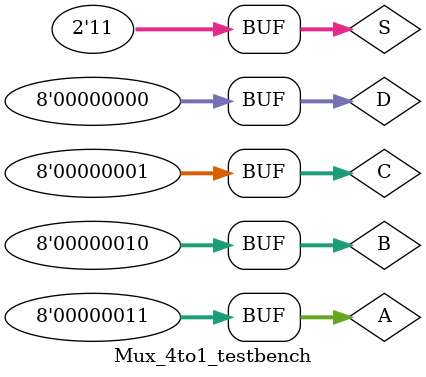
<source format=v>
`timescale 1ns / 1ps


module Mux_4to1_testbench;

	// Inputs
	reg [7:0] A;
	reg [7:0] B;
	reg [7:0] C;
	reg [7:0] D;
	reg [1:0] S;

	// Outputs
	wire [7:0] Y;

	// Instantiate the Unit Under Test (UUT)
	Mux_4to1 uut (
		.A(A), 
		.B(B), 
		.C(C),
		.D(D),
		.S(S), 
		.Y(Y)
	);

	initial begin
		// Initialize Inputs
		A = 0;
		B = 0;
		C = 0;
		D = 0;
		S = 0;

		// Wait 100 ns for global reset to finish
		#100;
      A = 3;
		B = 2;
		C = 1;
		D = 0;
		D = 0;
		// Add stimulus here
	end
	always 
		begin
			S = 2'b00;
			#100;
			S = 2'b01;
			#100;
			S = 2'b10;
			#100;
			S = 2'b11;
			#100;
		end
endmodule


</source>
